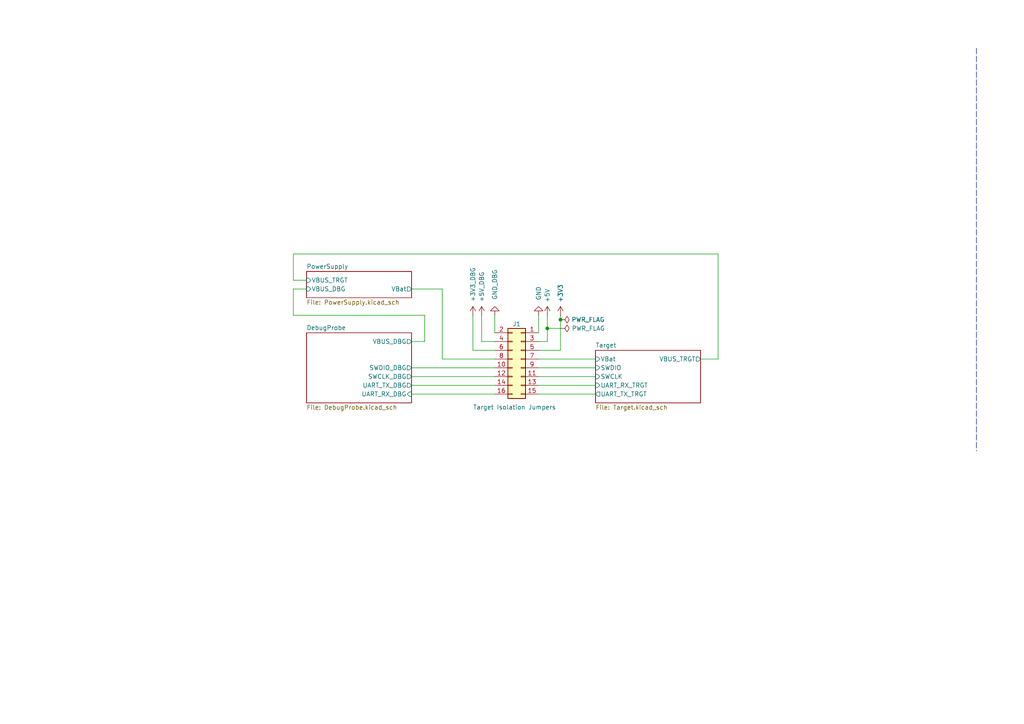
<source format=kicad_sch>
(kicad_sch (version 20231120) (generator "eeschema") (generator_version "8.0")
  (paper "A4")
  (title_block (title "RP2040 Launchpad") (date "2022-02-06") (rev "v0.1") (company "ISS Intelligent Sensor Solutions") (comment 1 "Created by A. Terstegge") (comment 2 "A TI-style Launchpad with RP2040 MCU"))
  (lib_symbols
    (symbol "Connector_Generic:Conn_02x08_Odd_Even" (pin_names (offset 1.016) hide)
      (property "Reference" "J" (at 1.27 10.16 0))
      (property "Value" "Conn_02x08_Odd_Even" (at 1.27 -12.7 0))
      (symbol "Conn_02x08_Odd_Even_1_1"
        (rectangle (start -1.27 -10.033) (end 0 -10.287) (stroke (width 0.1524)))
        (rectangle (start -1.27 -7.493) (end 0 -7.747) (stroke (width 0.1524)))
        (rectangle (start -1.27 -4.953) (end 0 -5.207) (stroke (width 0.1524)))
        (rectangle (start -1.27 -2.413) (end 0 -2.667) (stroke (width 0.1524)))
        (rectangle (start -1.27 0.127) (end 0 -0.127) (stroke (width 0.1524)))
        (rectangle (start -1.27 2.667) (end 0 2.413) (stroke (width 0.1524)))
        (rectangle (start -1.27 5.207) (end 0 4.953) (stroke (width 0.1524)))
        (rectangle (start -1.27 7.747) (end 0 7.493) (stroke (width 0.1524)))
        (rectangle (start -1.27 8.89) (end 3.81 -11.43) (stroke (width 0.254)) (fill (type background)))
        (rectangle (start 3.81 -10.033) (end 2.54 -10.287) (stroke (width 0.1524)))
        (rectangle (start 3.81 -7.493) (end 2.54 -7.747) (stroke (width 0.1524)))
        (rectangle (start 3.81 -4.953) (end 2.54 -5.207) (stroke (width 0.1524)))
        (rectangle (start 3.81 -2.413) (end 2.54 -2.667) (stroke (width 0.1524)))
        (rectangle (start 3.81 0.127) (end 2.54 -0.127) (stroke (width 0.1524)))
        (rectangle (start 3.81 2.667) (end 2.54 2.413) (stroke (width 0.1524)))
        (rectangle (start 3.81 5.207) (end 2.54 4.953) (stroke (width 0.1524)))
        (rectangle (start 3.81 7.747) (end 2.54 7.493) (stroke (width 0.1524)))
        (pin passive line (at -5.08 7.62 0) (length 3.81) (name "Pin_1") (number "1"))
        (pin passive line (at 7.62 -2.54 180) (length 3.81) (name "Pin_10") (number "10"))
        (pin passive line (at -5.08 -5.08 0) (length 3.81) (name "Pin_11") (number "11"))
        (pin passive line (at 7.62 -5.08 180) (length 3.81) (name "Pin_12") (number "12"))
        (pin passive line (at -5.08 -7.62 0) (length 3.81) (name "Pin_13") (number "13"))
        (pin passive line (at 7.62 -7.62 180) (length 3.81) (name "Pin_14") (number "14"))
        (pin passive line (at -5.08 -10.16 0) (length 3.81) (name "Pin_15") (number "15"))
        (pin passive line (at 7.62 -10.16 180) (length 3.81) (name "Pin_16") (number "16"))
        (pin passive line (at 7.62 7.62 180) (length 3.81) (name "Pin_2") (number "2"))
        (pin passive line (at -5.08 5.08 0) (length 3.81) (name "Pin_3") (number "3"))
        (pin passive line (at 7.62 5.08 180) (length 3.81) (name "Pin_4") (number "4"))
        (pin passive line (at -5.08 2.54 0) (length 3.81) (name "Pin_5") (number "5"))
        (pin passive line (at 7.62 2.54 180) (length 3.81) (name "Pin_6") (number "6"))
        (pin passive line (at -5.08 0 0) (length 3.81) (name "Pin_7") (number "7"))
        (pin passive line (at 7.62 0 180) (length 3.81) (name "Pin_8") (number "8"))
        (pin passive line (at -5.08 -2.54 0) (length 3.81) (name "Pin_9") (number "9"))
      )
    )
    (symbol "power:+3V3" (power) (pin_numbers hide) (pin_names (offset 0) hide)
      (property "Value" "+3V3" (at 0 3.556 0))
      (symbol "+3V3_0_1"
        (polyline (pts (xy -0.762 1.27) (xy 0 2.54)))
        (polyline (pts (xy 0 0) (xy 0 2.54)))
        (polyline (pts (xy 0 2.54) (xy 0.762 1.27)))
      )
      (symbol "+3V3_1_1"
        (pin power_in line (at 0 0 90) (length 0) (name "~") (number "1"))
      )
    )
    (symbol "power:+5V" (power) (pin_numbers hide) (pin_names (offset 0) hide)
      (property "Value" "+5V" (at 0 3.556 0))
      (symbol "+5V_0_1"
        (polyline (pts (xy -0.762 1.27) (xy 0 2.54)))
        (polyline (pts (xy 0 0) (xy 0 2.54)))
        (polyline (pts (xy 0 2.54) (xy 0.762 1.27)))
      )
      (symbol "+5V_1_1"
        (pin power_in line (at 0 0 90) (length 0) (name "~") (number "1"))
      )
    )
    (symbol "power:GND" (power) (pin_numbers hide) (pin_names (offset 0) hide)
      (property "Value" "GND" (at 0 -3.81 0))
      (symbol "GND_0_1"
        (polyline (pts (xy 0 0) (xy 0 -1.27) (xy 1.27 -1.27) (xy 0 -2.54) (xy -1.27 -1.27) (xy 0 -1.27)))
      )
      (symbol "GND_1_1"
        (pin power_in line (at 0 0 270) (length 0) (name "~") (number "1"))
      )
    )
    (symbol "power:PWR_FLAG" (power) (pin_numbers hide) (pin_names (offset 0) hide)
      (property "Value" "PWR_FLAG" (at 0 3.81 0))
      (symbol "PWR_FLAG_0_0"
        (pin power_out line (at 0 0 90) (length 0) (name "~") (number "1"))
      )
      (symbol "PWR_FLAG_0_1"
        (polyline (pts (xy 0 0) (xy 0 1.27) (xy -1.016 1.905) (xy 0 2.54) (xy 1.016 1.905) (xy 0 1.27)))
      )
    )
    (symbol "rp2040-launchpad-PCB:+3V3_DBG" (power) (pin_names (offset 0))
      (property "Value" "+3V3_DBG" (at 0 3.556 0))
      (symbol "+3V3_DBG_0_1"
        (polyline (pts (xy -0.762 1.27) (xy 0 2.54)))
        (polyline (pts (xy 0 0) (xy 0 2.54)))
        (polyline (pts (xy 0 2.54) (xy 0.762 1.27)))
      )
      (symbol "+3V3_DBG_1_1"
        (pin power_in line (at 0 0 90) (length 0) hide (name "+3V3_DBG") (number "1"))
      )
    )
    (symbol "rp2040-launchpad-PCB:+5V_DBG" (power) (pin_names (offset 0))
      (property "Value" "+5V_DBG" (at 0 3.81 0))
      (symbol "+5V_DBG_0_1"
        (polyline (pts (xy -0.762 1.27) (xy 0 2.54)))
        (polyline (pts (xy 0 0) (xy 0 2.54)))
        (polyline (pts (xy 0 2.54) (xy 0.762 1.27)))
      )
      (symbol "+5V_DBG_1_1"
        (pin power_in line (at 0 0 90) (length 0) hide (name "+5V_DBG") (number "1"))
      )
    )
    (symbol "rp2040-launchpad-PCB:GND_DBG" (power) (pin_names (offset 0))
      (property "Value" "GND_DBG" (at 0 -3.81 0))
      (symbol "GND_DBG_0_1"
        (polyline (pts (xy 0 0) (xy 0 -1.27) (xy 1.27 -1.27) (xy 0 -2.54) (xy -1.27 -1.27) (xy 0 -1.27)))
      )
      (symbol "GND_DBG_1_1"
        (pin power_in line (at 0 0 270) (length 0) hide (name "GND_DBG") (number "1"))
      )
    )
  )
  (junction (at 162.56 92.71))
  (junction (at 158.75 95.25))
  (wire (pts (xy 156.21 99.06) (xy 158.75 99.06)))
  (wire (pts (xy 123.19 91.44) (xy 123.19 99.06)))
  (wire (pts (xy 143.51 96.52) (xy 143.51 91.44)))
  (wire (pts (xy 88.9 81.28) (xy 85.09 81.28)))
  (wire (pts (xy 137.16 101.6) (xy 143.51 101.6)))
  (wire (pts (xy 119.38 114.3) (xy 143.51 114.3)))
  (wire (pts (xy 85.09 81.28) (xy 85.09 73.66)))
  (wire (pts (xy 156.21 106.68) (xy 172.72 106.68)))
  (wire (pts (xy 119.38 83.82) (xy 128.27 83.82)))
  (wire (pts (xy 158.75 99.06) (xy 158.75 95.25)))
  (wire (pts (xy 139.7 91.44) (xy 139.7 99.06)))
  (wire (pts (xy 88.9 83.82) (xy 85.09 83.82)))
  (wire (pts (xy 119.38 99.06) (xy 123.19 99.06)))
  (wire (pts (xy 208.28 73.66) (xy 208.28 104.14)))
  (wire (pts (xy 128.27 104.14) (xy 143.51 104.14)))
  (wire (pts (xy 162.56 92.71) (xy 162.56 91.44)))
  (wire (pts (xy 85.09 73.66) (xy 208.28 73.66)))
  (wire (pts (xy 119.38 106.68) (xy 143.51 106.68)))
  (wire (pts (xy 85.09 91.44) (xy 123.19 91.44)))
  (wire (pts (xy 128.27 83.82) (xy 128.27 104.14)))
  (wire (pts (xy 156.21 96.52) (xy 156.21 91.44)))
  (wire (pts (xy 119.38 111.76) (xy 143.51 111.76)))
  (wire (pts (xy 162.56 95.25) (xy 158.75 95.25)))
  (wire (pts (xy 85.09 83.82) (xy 85.09 91.44)))
  (wire (pts (xy 139.7 99.06) (xy 143.51 99.06)))
  (polyline (pts (xy 283.21 13.97) (xy 283.21 130.81)) (stroke (width 0) (type dash)))
  (wire (pts (xy 156.21 104.14) (xy 172.72 104.14)))
  (wire (pts (xy 156.21 109.22) (xy 172.72 109.22)))
  (wire (pts (xy 156.21 111.76) (xy 172.72 111.76)))
  (wire (pts (xy 158.75 95.25) (xy 158.75 91.44)))
  (wire (pts (xy 119.38 109.22) (xy 143.51 109.22)))
  (wire (pts (xy 137.16 91.44) (xy 137.16 101.6)))
  (wire (pts (xy 162.56 92.71) (xy 162.56 101.6)))
  (wire (pts (xy 156.21 114.3) (xy 172.72 114.3)))
  (wire (pts (xy 208.28 104.14) (xy 203.2 104.14)))
  (wire (pts (xy 156.21 101.6) (xy 162.56 101.6)))
  (symbol (lib_id "Connector_Generic:Conn_02x08_Odd_Even") (at 151.13 104.14 0) (mirror y) (unit 1)
    (property "Reference" "J1" (at 149.86 93.98 0))
    (property "Value" "Target Isolation Jumpers" (at 149.225 118.11 0))
    (property "Footprint" "Connector_PinHeader_2.54mm:PinHeader_2x08_P2.54mm_Vertical" (effects (hide yes)))
    (property "Datasheet" "wird nicht bestückt" (effects (hide yes)))
  )
  (symbol (lib_id "rp2040-launchpad-PCB:GND_DBG") (at 143.51 91.44 180) (unit 1)
    (property "Reference" "#PWR03" (effects (hide yes)))
    (property "Value" "GND_DBG" (at 143.51 82.55 90))
    (property "Description" "Power symbol creates a global label with name \"GND\" , ground" (effects (hide yes)))
  )
  (symbol (lib_id "rp2040-launchpad-PCB:+3V3_DBG") (at 137.16 91.44 0) (unit 1)
    (property "Reference" "#PWR01" (effects (hide yes)))
    (property "Value" "+3V3_DBG" (at 137.16 82.55 90))
    (property "Description" "Power symbol creates a global label with name \"+3V3\"" (effects (hide yes)))
  )
  (symbol (lib_id "rp2040-launchpad-PCB:+5V_DBG") (at 139.7 91.44 0) (unit 1)
    (property "Reference" "#PWR02" (effects (hide yes)))
    (property "Value" "+5V_DBG" (at 139.7 83.185 90))
    (property "Description" "Power symbol creates a global label with name \"+5V\"" (effects (hide yes)))
  )
  (symbol (lib_id "power:+3V3") (at 162.56 91.44 0) (unit 1)
    (property "Reference" "#PWR06" (effects (hide yes)))
    (property "Value" "+3V3" (at 162.56 85.09 90))
    (property "Description" "Power symbol creates a global label with name \"+3V3\"" (effects (hide yes)))
  )
  (symbol (lib_id "power:GND") (at 156.21 91.44 180) (unit 1)
    (property "Reference" "#PWR04" (effects (hide yes)))
    (property "Value" "GND" (at 156.21 85.09 90))
    (property "Description" "Power symbol creates a global label with name \"GND\" , ground" (effects (hide yes)))
  )
  (symbol (lib_id "power:+5V") (at 158.75 91.44 0) (unit 1)
    (property "Reference" "#PWR0103" (effects (hide yes)))
    (property "Value" "+5V" (at 158.75 85.725 90))
    (property "Description" "Power symbol creates a global label with name \"+5V\"" (effects (hide yes)))
  )
  (symbol (lib_id "power:PWR_FLAG") (at 162.56 92.71 270) (unit 1)
    (property "Reference" "#FLG0101" (effects (hide yes)))
    (property "Value" "PWR_FLAG" (at 165.735 92.71 90) (effects (justify left)))
    (property "Description" "Special symbol for telling ERC where power comes from" (effects (hide yes)))
  )
  (symbol (lib_id "power:PWR_FLAG") (at 162.56 95.25 270) (unit 1)
    (property "Reference" "#FLG0102" (effects (hide yes)))
    (property "Value" "PWR_FLAG" (at 165.8112 95.25 90) (effects (justify left)))
    (property "Description" "Special symbol for telling ERC where power comes from" (effects (hide yes)))
  )
  (sheet (at 88.9 96.52) (size 30.48 20.32)
    (property "Sheetname" "DebugProbe" (at 88.9 95.8084 0) (effects (justify left bottom)))
    (property "Sheetfile" "DebugProbe.kicad_sch" (at 88.9 117.4246 0) (effects (justify left top)))
    (pin "VBUS_DBG" output (at 119.38 99.06 0))
    (pin "SWCLK_DBG" output (at 119.38 109.22 0))
    (pin "SWDIO_DBG" output (at 119.38 106.68 0))
    (pin "UART_TX_DBG" output (at 119.38 111.76 0))
    (pin "UART_RX_DBG" input (at 119.38 114.3 0))
  )
  (sheet (at 172.72 101.6) (size 30.48 15.24)
    (property "Sheetname" "Target" (at 172.72 100.8884 0) (effects (justify left bottom)))
    (property "Sheetfile" "Target.kicad_sch" (at 172.72 117.4246 0) (effects (justify left top)))
    (pin "SWCLK" input (at 172.72 109.22 180))
    (pin "SWDIO" input (at 172.72 106.68 180))
    (pin "UART_TX_TRGT" output (at 172.72 114.3 180))
    (pin "UART_RX_TRGT" input (at 172.72 111.76 180))
    (pin "VBUS_TRGT" output (at 203.2 104.14 0))
    (pin "VBat" input (at 172.72 104.14 180))
  )
  (sheet (at 88.9 78.74) (size 30.48 7.62)
    (property "Sheetname" "PowerSupply" (at 88.9 78.0284 0) (effects (justify left bottom)))
    (property "Sheetfile" "PowerSupply.kicad_sch" (at 88.9 86.9446 0) (effects (justify left top)))
    (pin "VBUS_DBG" input (at 88.9 83.82 180))
    (pin "VBUS_TRGT" input (at 88.9 81.28 180))
    (pin "VBat" output (at 119.38 83.82 0))
  )
)
</source>
